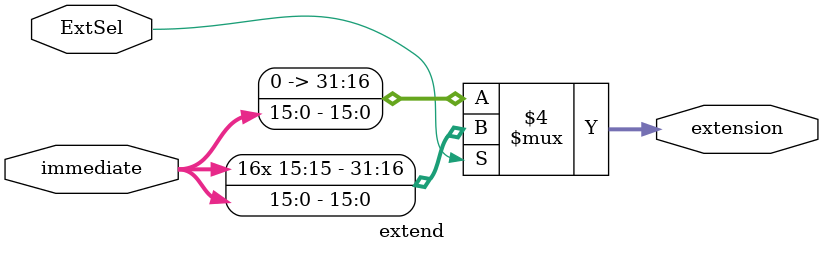
<source format=v>
`timescale 1ns / 1ps


module extend(
    input ExtSel,//0 0À©Õ¹ 1·ûºÅÀ©Õ¹
    input [15:0] immediate,
    output reg [31:0] extension
    );
   // assign extension = (ExtSel && extension[15]==1'b1)? { 16'hffff, extension}: {16'b0, extension};
   always@(ExtSel or immediate) begin
    if(ExtSel == 1)begin
        extension = {{16{immediate[15]}},immediate};
    end
    else begin
        extension = {{16{0}},immediate};
    end
   end
endmodule

</source>
